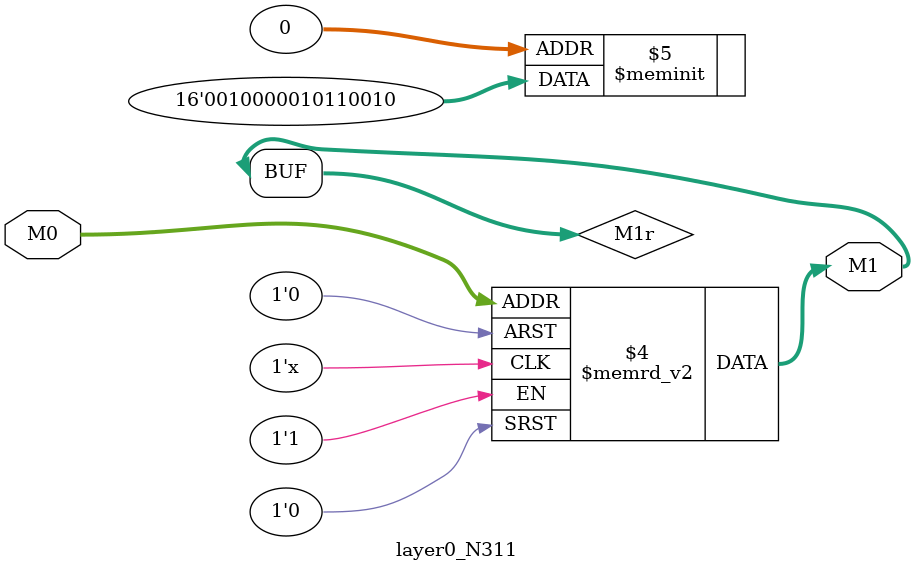
<source format=v>
module layer0_N311 ( input [2:0] M0, output [1:0] M1 );

	(*rom_style = "distributed" *) reg [1:0] M1r;
	assign M1 = M1r;
	always @ (M0) begin
		case (M0)
			3'b000: M1r = 2'b10;
			3'b100: M1r = 2'b00;
			3'b010: M1r = 2'b11;
			3'b110: M1r = 2'b10;
			3'b001: M1r = 2'b00;
			3'b101: M1r = 2'b00;
			3'b011: M1r = 2'b10;
			3'b111: M1r = 2'b00;

		endcase
	end
endmodule

</source>
